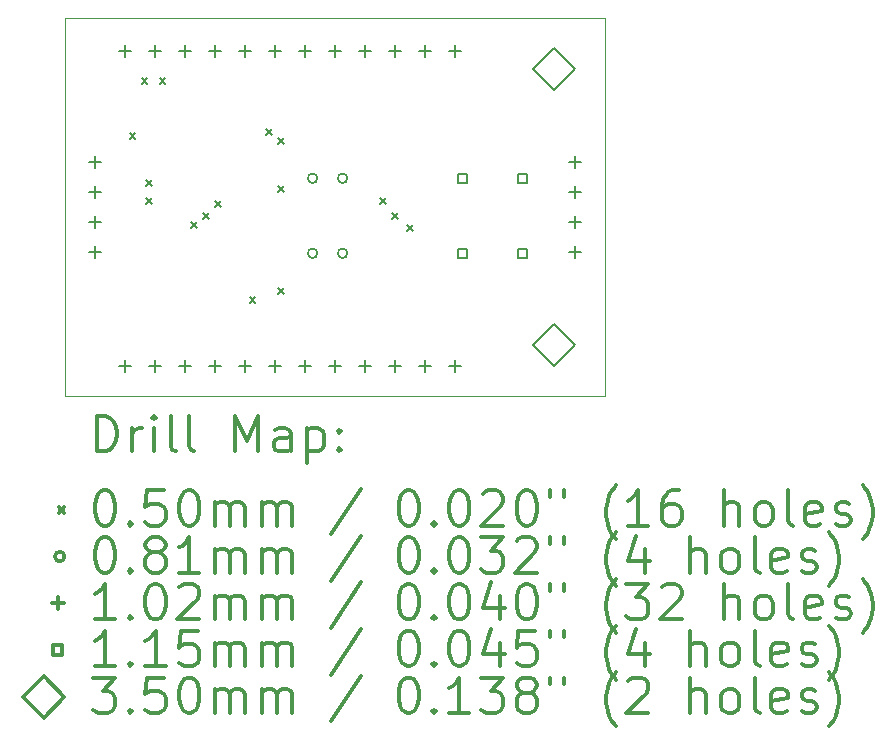
<source format=gbr>
%FSLAX45Y45*%
G04 Gerber Fmt 4.5, Leading zero omitted, Abs format (unit mm)*
G04 Created by KiCad (PCBNEW (2015-01-16 BZR 5376)-product) date 25/06/2015 00:13:47*
%MOMM*%
G01*
G04 APERTURE LIST*
%ADD10C,0.127000*%
%ADD11C,0.099060*%
%ADD12C,0.200000*%
%ADD13C,0.300000*%
G04 APERTURE END LIST*
D10*
D11*
X12954000Y-7493000D02*
X8382000Y-7493000D01*
X9093200Y-4292600D02*
X12954000Y-4292600D01*
X8382000Y-4292600D02*
X9093200Y-4292600D01*
X8382000Y-4292600D02*
X8382000Y-7493000D01*
X12954000Y-7493000D02*
X12954000Y-4292600D01*
D12*
X8928481Y-5270881D02*
X8978519Y-5320919D01*
X8978519Y-5270881D02*
X8928481Y-5320919D01*
X9030081Y-4800981D02*
X9080119Y-4851019D01*
X9080119Y-4800981D02*
X9030081Y-4851019D01*
X9068181Y-5664581D02*
X9118219Y-5714619D01*
X9118219Y-5664581D02*
X9068181Y-5714619D01*
X9068181Y-5816981D02*
X9118219Y-5867019D01*
X9118219Y-5816981D02*
X9068181Y-5867019D01*
X9182481Y-4800981D02*
X9232519Y-4851019D01*
X9232519Y-4800981D02*
X9182481Y-4851019D01*
X9449181Y-6020181D02*
X9499219Y-6070219D01*
X9499219Y-6020181D02*
X9449181Y-6070219D01*
X9550781Y-5943981D02*
X9600819Y-5994019D01*
X9600819Y-5943981D02*
X9550781Y-5994019D01*
X9652381Y-5842381D02*
X9702419Y-5892419D01*
X9702419Y-5842381D02*
X9652381Y-5892419D01*
X9944481Y-6655181D02*
X9994519Y-6705219D01*
X9994519Y-6655181D02*
X9944481Y-6705219D01*
X10084181Y-5232781D02*
X10134219Y-5282819D01*
X10134219Y-5232781D02*
X10084181Y-5282819D01*
X10185781Y-5308981D02*
X10235819Y-5359019D01*
X10235819Y-5308981D02*
X10185781Y-5359019D01*
X10185781Y-5715381D02*
X10235819Y-5765419D01*
X10235819Y-5715381D02*
X10185781Y-5765419D01*
X10185781Y-6578981D02*
X10235819Y-6629019D01*
X10235819Y-6578981D02*
X10185781Y-6629019D01*
X11049381Y-5816981D02*
X11099419Y-5867019D01*
X11099419Y-5816981D02*
X11049381Y-5867019D01*
X11150981Y-5943981D02*
X11201019Y-5994019D01*
X11201019Y-5943981D02*
X11150981Y-5994019D01*
X11277981Y-6045581D02*
X11328019Y-6095619D01*
X11328019Y-6045581D02*
X11277981Y-6095619D01*
X10518140Y-5651500D02*
G75*
G03X10518140Y-5651500I-40640J0D01*
G01*
X10518140Y-6286500D02*
G75*
G03X10518140Y-6286500I-40640J0D01*
G01*
X10772140Y-5651500D02*
G75*
G03X10772140Y-5651500I-40640J0D01*
G01*
X10772140Y-6286500D02*
G75*
G03X10772140Y-6286500I-40640J0D01*
G01*
X8636000Y-5461000D02*
X8636000Y-5562600D01*
X8585200Y-5511800D02*
X8686800Y-5511800D01*
X8636000Y-5715000D02*
X8636000Y-5816600D01*
X8585200Y-5765800D02*
X8686800Y-5765800D01*
X8636000Y-5969000D02*
X8636000Y-6070600D01*
X8585200Y-6019800D02*
X8686800Y-6019800D01*
X8636000Y-6223000D02*
X8636000Y-6324600D01*
X8585200Y-6273800D02*
X8686800Y-6273800D01*
X8890000Y-4521200D02*
X8890000Y-4622800D01*
X8839200Y-4572000D02*
X8940800Y-4572000D01*
X8890000Y-7188200D02*
X8890000Y-7289800D01*
X8839200Y-7239000D02*
X8940800Y-7239000D01*
X9144000Y-4521200D02*
X9144000Y-4622800D01*
X9093200Y-4572000D02*
X9194800Y-4572000D01*
X9144000Y-7188200D02*
X9144000Y-7289800D01*
X9093200Y-7239000D02*
X9194800Y-7239000D01*
X9398000Y-4521200D02*
X9398000Y-4622800D01*
X9347200Y-4572000D02*
X9448800Y-4572000D01*
X9398000Y-7188200D02*
X9398000Y-7289800D01*
X9347200Y-7239000D02*
X9448800Y-7239000D01*
X9652000Y-4521200D02*
X9652000Y-4622800D01*
X9601200Y-4572000D02*
X9702800Y-4572000D01*
X9652000Y-7188200D02*
X9652000Y-7289800D01*
X9601200Y-7239000D02*
X9702800Y-7239000D01*
X9906000Y-4521200D02*
X9906000Y-4622800D01*
X9855200Y-4572000D02*
X9956800Y-4572000D01*
X9906000Y-7188200D02*
X9906000Y-7289800D01*
X9855200Y-7239000D02*
X9956800Y-7239000D01*
X10160000Y-4521200D02*
X10160000Y-4622800D01*
X10109200Y-4572000D02*
X10210800Y-4572000D01*
X10160000Y-7188200D02*
X10160000Y-7289800D01*
X10109200Y-7239000D02*
X10210800Y-7239000D01*
X10414000Y-4521200D02*
X10414000Y-4622800D01*
X10363200Y-4572000D02*
X10464800Y-4572000D01*
X10414000Y-7188200D02*
X10414000Y-7289800D01*
X10363200Y-7239000D02*
X10464800Y-7239000D01*
X10668000Y-4521200D02*
X10668000Y-4622800D01*
X10617200Y-4572000D02*
X10718800Y-4572000D01*
X10668000Y-7188200D02*
X10668000Y-7289800D01*
X10617200Y-7239000D02*
X10718800Y-7239000D01*
X10922000Y-4521200D02*
X10922000Y-4622800D01*
X10871200Y-4572000D02*
X10972800Y-4572000D01*
X10922000Y-7188200D02*
X10922000Y-7289800D01*
X10871200Y-7239000D02*
X10972800Y-7239000D01*
X11176000Y-4521200D02*
X11176000Y-4622800D01*
X11125200Y-4572000D02*
X11226800Y-4572000D01*
X11176000Y-7188200D02*
X11176000Y-7289800D01*
X11125200Y-7239000D02*
X11226800Y-7239000D01*
X11430000Y-4521200D02*
X11430000Y-4622800D01*
X11379200Y-4572000D02*
X11480800Y-4572000D01*
X11430000Y-7188200D02*
X11430000Y-7289800D01*
X11379200Y-7239000D02*
X11480800Y-7239000D01*
X11684000Y-4521200D02*
X11684000Y-4622800D01*
X11633200Y-4572000D02*
X11734800Y-4572000D01*
X11684000Y-7188200D02*
X11684000Y-7289800D01*
X11633200Y-7239000D02*
X11734800Y-7239000D01*
X12700000Y-5461000D02*
X12700000Y-5562600D01*
X12649200Y-5511800D02*
X12750800Y-5511800D01*
X12700000Y-5715000D02*
X12700000Y-5816600D01*
X12649200Y-5765800D02*
X12750800Y-5765800D01*
X12700000Y-5969000D02*
X12700000Y-6070600D01*
X12649200Y-6019800D02*
X12750800Y-6019800D01*
X12700000Y-6223000D02*
X12700000Y-6324600D01*
X12649200Y-6273800D02*
X12750800Y-6273800D01*
X11788181Y-5692181D02*
X11788181Y-5610819D01*
X11706819Y-5610819D01*
X11706819Y-5692181D01*
X11788181Y-5692181D01*
X11788181Y-6327181D02*
X11788181Y-6245819D01*
X11706819Y-6245819D01*
X11706819Y-6327181D01*
X11788181Y-6327181D01*
X12296181Y-5692181D02*
X12296181Y-5610819D01*
X12214819Y-5610819D01*
X12214819Y-5692181D01*
X12296181Y-5692181D01*
X12296181Y-6327181D02*
X12296181Y-6245819D01*
X12214819Y-6245819D01*
X12214819Y-6327181D01*
X12296181Y-6327181D01*
X12522200Y-4899400D02*
X12697200Y-4724400D01*
X12522200Y-4549400D01*
X12347200Y-4724400D01*
X12522200Y-4899400D01*
X12522200Y-7236200D02*
X12697200Y-7061200D01*
X12522200Y-6886200D01*
X12347200Y-7061200D01*
X12522200Y-7236200D01*
D13*
X8648476Y-7963667D02*
X8648476Y-7663667D01*
X8719904Y-7663667D01*
X8762761Y-7677953D01*
X8791333Y-7706524D01*
X8805618Y-7735096D01*
X8819904Y-7792239D01*
X8819904Y-7835096D01*
X8805618Y-7892239D01*
X8791333Y-7920810D01*
X8762761Y-7949382D01*
X8719904Y-7963667D01*
X8648476Y-7963667D01*
X8948476Y-7963667D02*
X8948476Y-7763667D01*
X8948476Y-7820810D02*
X8962761Y-7792239D01*
X8977047Y-7777953D01*
X9005618Y-7763667D01*
X9034190Y-7763667D01*
X9134190Y-7963667D02*
X9134190Y-7763667D01*
X9134190Y-7663667D02*
X9119904Y-7677953D01*
X9134190Y-7692239D01*
X9148476Y-7677953D01*
X9134190Y-7663667D01*
X9134190Y-7692239D01*
X9319904Y-7963667D02*
X9291333Y-7949382D01*
X9277047Y-7920810D01*
X9277047Y-7663667D01*
X9477047Y-7963667D02*
X9448476Y-7949382D01*
X9434190Y-7920810D01*
X9434190Y-7663667D01*
X9819904Y-7963667D02*
X9819904Y-7663667D01*
X9919904Y-7877953D01*
X10019904Y-7663667D01*
X10019904Y-7963667D01*
X10291333Y-7963667D02*
X10291333Y-7806524D01*
X10277047Y-7777953D01*
X10248476Y-7763667D01*
X10191333Y-7763667D01*
X10162761Y-7777953D01*
X10291333Y-7949382D02*
X10262761Y-7963667D01*
X10191333Y-7963667D01*
X10162761Y-7949382D01*
X10148476Y-7920810D01*
X10148476Y-7892239D01*
X10162761Y-7863667D01*
X10191333Y-7849382D01*
X10262761Y-7849382D01*
X10291333Y-7835096D01*
X10434190Y-7763667D02*
X10434190Y-8063667D01*
X10434190Y-7777953D02*
X10462761Y-7763667D01*
X10519904Y-7763667D01*
X10548476Y-7777953D01*
X10562761Y-7792239D01*
X10577047Y-7820810D01*
X10577047Y-7906524D01*
X10562761Y-7935096D01*
X10548476Y-7949382D01*
X10519904Y-7963667D01*
X10462761Y-7963667D01*
X10434190Y-7949382D01*
X10705618Y-7935096D02*
X10719904Y-7949382D01*
X10705618Y-7963667D01*
X10691333Y-7949382D01*
X10705618Y-7935096D01*
X10705618Y-7963667D01*
X10705618Y-7777953D02*
X10719904Y-7792239D01*
X10705618Y-7806524D01*
X10691333Y-7792239D01*
X10705618Y-7777953D01*
X10705618Y-7806524D01*
X8327009Y-8432934D02*
X8377047Y-8482972D01*
X8377047Y-8432934D02*
X8327009Y-8482972D01*
X8705618Y-8293667D02*
X8734190Y-8293667D01*
X8762761Y-8307953D01*
X8777047Y-8322239D01*
X8791333Y-8350810D01*
X8805618Y-8407953D01*
X8805618Y-8479382D01*
X8791333Y-8536525D01*
X8777047Y-8565096D01*
X8762761Y-8579382D01*
X8734190Y-8593667D01*
X8705618Y-8593667D01*
X8677047Y-8579382D01*
X8662761Y-8565096D01*
X8648476Y-8536525D01*
X8634190Y-8479382D01*
X8634190Y-8407953D01*
X8648476Y-8350810D01*
X8662761Y-8322239D01*
X8677047Y-8307953D01*
X8705618Y-8293667D01*
X8934190Y-8565096D02*
X8948476Y-8579382D01*
X8934190Y-8593667D01*
X8919904Y-8579382D01*
X8934190Y-8565096D01*
X8934190Y-8593667D01*
X9219904Y-8293667D02*
X9077047Y-8293667D01*
X9062761Y-8436525D01*
X9077047Y-8422239D01*
X9105618Y-8407953D01*
X9177047Y-8407953D01*
X9205618Y-8422239D01*
X9219904Y-8436525D01*
X9234190Y-8465096D01*
X9234190Y-8536525D01*
X9219904Y-8565096D01*
X9205618Y-8579382D01*
X9177047Y-8593667D01*
X9105618Y-8593667D01*
X9077047Y-8579382D01*
X9062761Y-8565096D01*
X9419904Y-8293667D02*
X9448476Y-8293667D01*
X9477047Y-8307953D01*
X9491333Y-8322239D01*
X9505618Y-8350810D01*
X9519904Y-8407953D01*
X9519904Y-8479382D01*
X9505618Y-8536525D01*
X9491333Y-8565096D01*
X9477047Y-8579382D01*
X9448476Y-8593667D01*
X9419904Y-8593667D01*
X9391333Y-8579382D01*
X9377047Y-8565096D01*
X9362761Y-8536525D01*
X9348476Y-8479382D01*
X9348476Y-8407953D01*
X9362761Y-8350810D01*
X9377047Y-8322239D01*
X9391333Y-8307953D01*
X9419904Y-8293667D01*
X9648476Y-8593667D02*
X9648476Y-8393667D01*
X9648476Y-8422239D02*
X9662761Y-8407953D01*
X9691333Y-8393667D01*
X9734190Y-8393667D01*
X9762761Y-8407953D01*
X9777047Y-8436525D01*
X9777047Y-8593667D01*
X9777047Y-8436525D02*
X9791333Y-8407953D01*
X9819904Y-8393667D01*
X9862761Y-8393667D01*
X9891333Y-8407953D01*
X9905618Y-8436525D01*
X9905618Y-8593667D01*
X10048476Y-8593667D02*
X10048476Y-8393667D01*
X10048476Y-8422239D02*
X10062761Y-8407953D01*
X10091333Y-8393667D01*
X10134190Y-8393667D01*
X10162761Y-8407953D01*
X10177047Y-8436525D01*
X10177047Y-8593667D01*
X10177047Y-8436525D02*
X10191333Y-8407953D01*
X10219904Y-8393667D01*
X10262761Y-8393667D01*
X10291333Y-8407953D01*
X10305618Y-8436525D01*
X10305618Y-8593667D01*
X10891333Y-8279382D02*
X10634190Y-8665096D01*
X11277047Y-8293667D02*
X11305618Y-8293667D01*
X11334190Y-8307953D01*
X11348475Y-8322239D01*
X11362761Y-8350810D01*
X11377047Y-8407953D01*
X11377047Y-8479382D01*
X11362761Y-8536525D01*
X11348475Y-8565096D01*
X11334190Y-8579382D01*
X11305618Y-8593667D01*
X11277047Y-8593667D01*
X11248475Y-8579382D01*
X11234190Y-8565096D01*
X11219904Y-8536525D01*
X11205618Y-8479382D01*
X11205618Y-8407953D01*
X11219904Y-8350810D01*
X11234190Y-8322239D01*
X11248475Y-8307953D01*
X11277047Y-8293667D01*
X11505618Y-8565096D02*
X11519904Y-8579382D01*
X11505618Y-8593667D01*
X11491333Y-8579382D01*
X11505618Y-8565096D01*
X11505618Y-8593667D01*
X11705618Y-8293667D02*
X11734190Y-8293667D01*
X11762761Y-8307953D01*
X11777047Y-8322239D01*
X11791332Y-8350810D01*
X11805618Y-8407953D01*
X11805618Y-8479382D01*
X11791332Y-8536525D01*
X11777047Y-8565096D01*
X11762761Y-8579382D01*
X11734190Y-8593667D01*
X11705618Y-8593667D01*
X11677047Y-8579382D01*
X11662761Y-8565096D01*
X11648475Y-8536525D01*
X11634190Y-8479382D01*
X11634190Y-8407953D01*
X11648475Y-8350810D01*
X11662761Y-8322239D01*
X11677047Y-8307953D01*
X11705618Y-8293667D01*
X11919904Y-8322239D02*
X11934190Y-8307953D01*
X11962761Y-8293667D01*
X12034190Y-8293667D01*
X12062761Y-8307953D01*
X12077047Y-8322239D01*
X12091332Y-8350810D01*
X12091332Y-8379382D01*
X12077047Y-8422239D01*
X11905618Y-8593667D01*
X12091332Y-8593667D01*
X12277047Y-8293667D02*
X12305618Y-8293667D01*
X12334190Y-8307953D01*
X12348475Y-8322239D01*
X12362761Y-8350810D01*
X12377047Y-8407953D01*
X12377047Y-8479382D01*
X12362761Y-8536525D01*
X12348475Y-8565096D01*
X12334190Y-8579382D01*
X12305618Y-8593667D01*
X12277047Y-8593667D01*
X12248475Y-8579382D01*
X12234190Y-8565096D01*
X12219904Y-8536525D01*
X12205618Y-8479382D01*
X12205618Y-8407953D01*
X12219904Y-8350810D01*
X12234190Y-8322239D01*
X12248475Y-8307953D01*
X12277047Y-8293667D01*
X12491333Y-8293667D02*
X12491333Y-8350810D01*
X12605618Y-8293667D02*
X12605618Y-8350810D01*
X13048475Y-8707953D02*
X13034190Y-8693667D01*
X13005618Y-8650810D01*
X12991332Y-8622239D01*
X12977047Y-8579382D01*
X12962761Y-8507953D01*
X12962761Y-8450810D01*
X12977047Y-8379382D01*
X12991332Y-8336524D01*
X13005618Y-8307953D01*
X13034190Y-8265096D01*
X13048475Y-8250810D01*
X13319904Y-8593667D02*
X13148475Y-8593667D01*
X13234190Y-8593667D02*
X13234190Y-8293667D01*
X13205618Y-8336524D01*
X13177047Y-8365096D01*
X13148475Y-8379382D01*
X13577047Y-8293667D02*
X13519904Y-8293667D01*
X13491332Y-8307953D01*
X13477047Y-8322239D01*
X13448475Y-8365096D01*
X13434190Y-8422239D01*
X13434190Y-8536525D01*
X13448475Y-8565096D01*
X13462761Y-8579382D01*
X13491332Y-8593667D01*
X13548475Y-8593667D01*
X13577047Y-8579382D01*
X13591332Y-8565096D01*
X13605618Y-8536525D01*
X13605618Y-8465096D01*
X13591332Y-8436525D01*
X13577047Y-8422239D01*
X13548475Y-8407953D01*
X13491332Y-8407953D01*
X13462761Y-8422239D01*
X13448475Y-8436525D01*
X13434190Y-8465096D01*
X13962761Y-8593667D02*
X13962761Y-8293667D01*
X14091332Y-8593667D02*
X14091332Y-8436525D01*
X14077047Y-8407953D01*
X14048475Y-8393667D01*
X14005618Y-8393667D01*
X13977047Y-8407953D01*
X13962761Y-8422239D01*
X14277047Y-8593667D02*
X14248475Y-8579382D01*
X14234190Y-8565096D01*
X14219904Y-8536525D01*
X14219904Y-8450810D01*
X14234190Y-8422239D01*
X14248475Y-8407953D01*
X14277047Y-8393667D01*
X14319904Y-8393667D01*
X14348475Y-8407953D01*
X14362761Y-8422239D01*
X14377047Y-8450810D01*
X14377047Y-8536525D01*
X14362761Y-8565096D01*
X14348475Y-8579382D01*
X14319904Y-8593667D01*
X14277047Y-8593667D01*
X14548475Y-8593667D02*
X14519904Y-8579382D01*
X14505618Y-8550810D01*
X14505618Y-8293667D01*
X14777047Y-8579382D02*
X14748475Y-8593667D01*
X14691333Y-8593667D01*
X14662761Y-8579382D01*
X14648475Y-8550810D01*
X14648475Y-8436525D01*
X14662761Y-8407953D01*
X14691333Y-8393667D01*
X14748475Y-8393667D01*
X14777047Y-8407953D01*
X14791333Y-8436525D01*
X14791333Y-8465096D01*
X14648475Y-8493667D01*
X14905618Y-8579382D02*
X14934190Y-8593667D01*
X14991333Y-8593667D01*
X15019904Y-8579382D01*
X15034190Y-8550810D01*
X15034190Y-8536525D01*
X15019904Y-8507953D01*
X14991333Y-8493667D01*
X14948475Y-8493667D01*
X14919904Y-8479382D01*
X14905618Y-8450810D01*
X14905618Y-8436525D01*
X14919904Y-8407953D01*
X14948475Y-8393667D01*
X14991333Y-8393667D01*
X15019904Y-8407953D01*
X15134190Y-8707953D02*
X15148475Y-8693667D01*
X15177047Y-8650810D01*
X15191333Y-8622239D01*
X15205618Y-8579382D01*
X15219904Y-8507953D01*
X15219904Y-8450810D01*
X15205618Y-8379382D01*
X15191333Y-8336524D01*
X15177047Y-8307953D01*
X15148475Y-8265096D01*
X15134190Y-8250810D01*
X8377047Y-8853953D02*
G75*
G03X8377047Y-8853953I-40640J0D01*
G01*
X8705618Y-8689667D02*
X8734190Y-8689667D01*
X8762761Y-8703953D01*
X8777047Y-8718239D01*
X8791333Y-8746810D01*
X8805618Y-8803953D01*
X8805618Y-8875382D01*
X8791333Y-8932525D01*
X8777047Y-8961096D01*
X8762761Y-8975382D01*
X8734190Y-8989667D01*
X8705618Y-8989667D01*
X8677047Y-8975382D01*
X8662761Y-8961096D01*
X8648476Y-8932525D01*
X8634190Y-8875382D01*
X8634190Y-8803953D01*
X8648476Y-8746810D01*
X8662761Y-8718239D01*
X8677047Y-8703953D01*
X8705618Y-8689667D01*
X8934190Y-8961096D02*
X8948476Y-8975382D01*
X8934190Y-8989667D01*
X8919904Y-8975382D01*
X8934190Y-8961096D01*
X8934190Y-8989667D01*
X9119904Y-8818239D02*
X9091333Y-8803953D01*
X9077047Y-8789667D01*
X9062761Y-8761096D01*
X9062761Y-8746810D01*
X9077047Y-8718239D01*
X9091333Y-8703953D01*
X9119904Y-8689667D01*
X9177047Y-8689667D01*
X9205618Y-8703953D01*
X9219904Y-8718239D01*
X9234190Y-8746810D01*
X9234190Y-8761096D01*
X9219904Y-8789667D01*
X9205618Y-8803953D01*
X9177047Y-8818239D01*
X9119904Y-8818239D01*
X9091333Y-8832525D01*
X9077047Y-8846810D01*
X9062761Y-8875382D01*
X9062761Y-8932525D01*
X9077047Y-8961096D01*
X9091333Y-8975382D01*
X9119904Y-8989667D01*
X9177047Y-8989667D01*
X9205618Y-8975382D01*
X9219904Y-8961096D01*
X9234190Y-8932525D01*
X9234190Y-8875382D01*
X9219904Y-8846810D01*
X9205618Y-8832525D01*
X9177047Y-8818239D01*
X9519904Y-8989667D02*
X9348476Y-8989667D01*
X9434190Y-8989667D02*
X9434190Y-8689667D01*
X9405618Y-8732525D01*
X9377047Y-8761096D01*
X9348476Y-8775382D01*
X9648476Y-8989667D02*
X9648476Y-8789667D01*
X9648476Y-8818239D02*
X9662761Y-8803953D01*
X9691333Y-8789667D01*
X9734190Y-8789667D01*
X9762761Y-8803953D01*
X9777047Y-8832525D01*
X9777047Y-8989667D01*
X9777047Y-8832525D02*
X9791333Y-8803953D01*
X9819904Y-8789667D01*
X9862761Y-8789667D01*
X9891333Y-8803953D01*
X9905618Y-8832525D01*
X9905618Y-8989667D01*
X10048476Y-8989667D02*
X10048476Y-8789667D01*
X10048476Y-8818239D02*
X10062761Y-8803953D01*
X10091333Y-8789667D01*
X10134190Y-8789667D01*
X10162761Y-8803953D01*
X10177047Y-8832525D01*
X10177047Y-8989667D01*
X10177047Y-8832525D02*
X10191333Y-8803953D01*
X10219904Y-8789667D01*
X10262761Y-8789667D01*
X10291333Y-8803953D01*
X10305618Y-8832525D01*
X10305618Y-8989667D01*
X10891333Y-8675382D02*
X10634190Y-9061096D01*
X11277047Y-8689667D02*
X11305618Y-8689667D01*
X11334190Y-8703953D01*
X11348475Y-8718239D01*
X11362761Y-8746810D01*
X11377047Y-8803953D01*
X11377047Y-8875382D01*
X11362761Y-8932525D01*
X11348475Y-8961096D01*
X11334190Y-8975382D01*
X11305618Y-8989667D01*
X11277047Y-8989667D01*
X11248475Y-8975382D01*
X11234190Y-8961096D01*
X11219904Y-8932525D01*
X11205618Y-8875382D01*
X11205618Y-8803953D01*
X11219904Y-8746810D01*
X11234190Y-8718239D01*
X11248475Y-8703953D01*
X11277047Y-8689667D01*
X11505618Y-8961096D02*
X11519904Y-8975382D01*
X11505618Y-8989667D01*
X11491333Y-8975382D01*
X11505618Y-8961096D01*
X11505618Y-8989667D01*
X11705618Y-8689667D02*
X11734190Y-8689667D01*
X11762761Y-8703953D01*
X11777047Y-8718239D01*
X11791332Y-8746810D01*
X11805618Y-8803953D01*
X11805618Y-8875382D01*
X11791332Y-8932525D01*
X11777047Y-8961096D01*
X11762761Y-8975382D01*
X11734190Y-8989667D01*
X11705618Y-8989667D01*
X11677047Y-8975382D01*
X11662761Y-8961096D01*
X11648475Y-8932525D01*
X11634190Y-8875382D01*
X11634190Y-8803953D01*
X11648475Y-8746810D01*
X11662761Y-8718239D01*
X11677047Y-8703953D01*
X11705618Y-8689667D01*
X11905618Y-8689667D02*
X12091332Y-8689667D01*
X11991332Y-8803953D01*
X12034190Y-8803953D01*
X12062761Y-8818239D01*
X12077047Y-8832525D01*
X12091332Y-8861096D01*
X12091332Y-8932525D01*
X12077047Y-8961096D01*
X12062761Y-8975382D01*
X12034190Y-8989667D01*
X11948475Y-8989667D01*
X11919904Y-8975382D01*
X11905618Y-8961096D01*
X12205618Y-8718239D02*
X12219904Y-8703953D01*
X12248475Y-8689667D01*
X12319904Y-8689667D01*
X12348475Y-8703953D01*
X12362761Y-8718239D01*
X12377047Y-8746810D01*
X12377047Y-8775382D01*
X12362761Y-8818239D01*
X12191332Y-8989667D01*
X12377047Y-8989667D01*
X12491333Y-8689667D02*
X12491333Y-8746810D01*
X12605618Y-8689667D02*
X12605618Y-8746810D01*
X13048475Y-9103953D02*
X13034190Y-9089667D01*
X13005618Y-9046810D01*
X12991332Y-9018239D01*
X12977047Y-8975382D01*
X12962761Y-8903953D01*
X12962761Y-8846810D01*
X12977047Y-8775382D01*
X12991332Y-8732525D01*
X13005618Y-8703953D01*
X13034190Y-8661096D01*
X13048475Y-8646810D01*
X13291332Y-8789667D02*
X13291332Y-8989667D01*
X13219904Y-8675382D02*
X13148475Y-8889667D01*
X13334190Y-8889667D01*
X13677047Y-8989667D02*
X13677047Y-8689667D01*
X13805618Y-8989667D02*
X13805618Y-8832525D01*
X13791332Y-8803953D01*
X13762761Y-8789667D01*
X13719904Y-8789667D01*
X13691332Y-8803953D01*
X13677047Y-8818239D01*
X13991332Y-8989667D02*
X13962761Y-8975382D01*
X13948475Y-8961096D01*
X13934190Y-8932525D01*
X13934190Y-8846810D01*
X13948475Y-8818239D01*
X13962761Y-8803953D01*
X13991332Y-8789667D01*
X14034190Y-8789667D01*
X14062761Y-8803953D01*
X14077047Y-8818239D01*
X14091332Y-8846810D01*
X14091332Y-8932525D01*
X14077047Y-8961096D01*
X14062761Y-8975382D01*
X14034190Y-8989667D01*
X13991332Y-8989667D01*
X14262761Y-8989667D02*
X14234190Y-8975382D01*
X14219904Y-8946810D01*
X14219904Y-8689667D01*
X14491333Y-8975382D02*
X14462761Y-8989667D01*
X14405618Y-8989667D01*
X14377047Y-8975382D01*
X14362761Y-8946810D01*
X14362761Y-8832525D01*
X14377047Y-8803953D01*
X14405618Y-8789667D01*
X14462761Y-8789667D01*
X14491333Y-8803953D01*
X14505618Y-8832525D01*
X14505618Y-8861096D01*
X14362761Y-8889667D01*
X14619904Y-8975382D02*
X14648475Y-8989667D01*
X14705618Y-8989667D01*
X14734190Y-8975382D01*
X14748475Y-8946810D01*
X14748475Y-8932525D01*
X14734190Y-8903953D01*
X14705618Y-8889667D01*
X14662761Y-8889667D01*
X14634190Y-8875382D01*
X14619904Y-8846810D01*
X14619904Y-8832525D01*
X14634190Y-8803953D01*
X14662761Y-8789667D01*
X14705618Y-8789667D01*
X14734190Y-8803953D01*
X14848475Y-9103953D02*
X14862761Y-9089667D01*
X14891333Y-9046810D01*
X14905618Y-9018239D01*
X14919904Y-8975382D01*
X14934190Y-8903953D01*
X14934190Y-8846810D01*
X14919904Y-8775382D01*
X14905618Y-8732525D01*
X14891333Y-8703953D01*
X14862761Y-8661096D01*
X14848475Y-8646810D01*
X8326247Y-9199153D02*
X8326247Y-9300753D01*
X8275447Y-9249953D02*
X8377047Y-9249953D01*
X8805618Y-9385667D02*
X8634190Y-9385667D01*
X8719904Y-9385667D02*
X8719904Y-9085667D01*
X8691333Y-9128525D01*
X8662761Y-9157096D01*
X8634190Y-9171382D01*
X8934190Y-9357096D02*
X8948476Y-9371382D01*
X8934190Y-9385667D01*
X8919904Y-9371382D01*
X8934190Y-9357096D01*
X8934190Y-9385667D01*
X9134190Y-9085667D02*
X9162761Y-9085667D01*
X9191333Y-9099953D01*
X9205618Y-9114239D01*
X9219904Y-9142810D01*
X9234190Y-9199953D01*
X9234190Y-9271382D01*
X9219904Y-9328525D01*
X9205618Y-9357096D01*
X9191333Y-9371382D01*
X9162761Y-9385667D01*
X9134190Y-9385667D01*
X9105618Y-9371382D01*
X9091333Y-9357096D01*
X9077047Y-9328525D01*
X9062761Y-9271382D01*
X9062761Y-9199953D01*
X9077047Y-9142810D01*
X9091333Y-9114239D01*
X9105618Y-9099953D01*
X9134190Y-9085667D01*
X9348476Y-9114239D02*
X9362761Y-9099953D01*
X9391333Y-9085667D01*
X9462761Y-9085667D01*
X9491333Y-9099953D01*
X9505618Y-9114239D01*
X9519904Y-9142810D01*
X9519904Y-9171382D01*
X9505618Y-9214239D01*
X9334190Y-9385667D01*
X9519904Y-9385667D01*
X9648476Y-9385667D02*
X9648476Y-9185667D01*
X9648476Y-9214239D02*
X9662761Y-9199953D01*
X9691333Y-9185667D01*
X9734190Y-9185667D01*
X9762761Y-9199953D01*
X9777047Y-9228525D01*
X9777047Y-9385667D01*
X9777047Y-9228525D02*
X9791333Y-9199953D01*
X9819904Y-9185667D01*
X9862761Y-9185667D01*
X9891333Y-9199953D01*
X9905618Y-9228525D01*
X9905618Y-9385667D01*
X10048476Y-9385667D02*
X10048476Y-9185667D01*
X10048476Y-9214239D02*
X10062761Y-9199953D01*
X10091333Y-9185667D01*
X10134190Y-9185667D01*
X10162761Y-9199953D01*
X10177047Y-9228525D01*
X10177047Y-9385667D01*
X10177047Y-9228525D02*
X10191333Y-9199953D01*
X10219904Y-9185667D01*
X10262761Y-9185667D01*
X10291333Y-9199953D01*
X10305618Y-9228525D01*
X10305618Y-9385667D01*
X10891333Y-9071382D02*
X10634190Y-9457096D01*
X11277047Y-9085667D02*
X11305618Y-9085667D01*
X11334190Y-9099953D01*
X11348475Y-9114239D01*
X11362761Y-9142810D01*
X11377047Y-9199953D01*
X11377047Y-9271382D01*
X11362761Y-9328525D01*
X11348475Y-9357096D01*
X11334190Y-9371382D01*
X11305618Y-9385667D01*
X11277047Y-9385667D01*
X11248475Y-9371382D01*
X11234190Y-9357096D01*
X11219904Y-9328525D01*
X11205618Y-9271382D01*
X11205618Y-9199953D01*
X11219904Y-9142810D01*
X11234190Y-9114239D01*
X11248475Y-9099953D01*
X11277047Y-9085667D01*
X11505618Y-9357096D02*
X11519904Y-9371382D01*
X11505618Y-9385667D01*
X11491333Y-9371382D01*
X11505618Y-9357096D01*
X11505618Y-9385667D01*
X11705618Y-9085667D02*
X11734190Y-9085667D01*
X11762761Y-9099953D01*
X11777047Y-9114239D01*
X11791332Y-9142810D01*
X11805618Y-9199953D01*
X11805618Y-9271382D01*
X11791332Y-9328525D01*
X11777047Y-9357096D01*
X11762761Y-9371382D01*
X11734190Y-9385667D01*
X11705618Y-9385667D01*
X11677047Y-9371382D01*
X11662761Y-9357096D01*
X11648475Y-9328525D01*
X11634190Y-9271382D01*
X11634190Y-9199953D01*
X11648475Y-9142810D01*
X11662761Y-9114239D01*
X11677047Y-9099953D01*
X11705618Y-9085667D01*
X12062761Y-9185667D02*
X12062761Y-9385667D01*
X11991332Y-9071382D02*
X11919904Y-9285667D01*
X12105618Y-9285667D01*
X12277047Y-9085667D02*
X12305618Y-9085667D01*
X12334190Y-9099953D01*
X12348475Y-9114239D01*
X12362761Y-9142810D01*
X12377047Y-9199953D01*
X12377047Y-9271382D01*
X12362761Y-9328525D01*
X12348475Y-9357096D01*
X12334190Y-9371382D01*
X12305618Y-9385667D01*
X12277047Y-9385667D01*
X12248475Y-9371382D01*
X12234190Y-9357096D01*
X12219904Y-9328525D01*
X12205618Y-9271382D01*
X12205618Y-9199953D01*
X12219904Y-9142810D01*
X12234190Y-9114239D01*
X12248475Y-9099953D01*
X12277047Y-9085667D01*
X12491333Y-9085667D02*
X12491333Y-9142810D01*
X12605618Y-9085667D02*
X12605618Y-9142810D01*
X13048475Y-9499953D02*
X13034190Y-9485667D01*
X13005618Y-9442810D01*
X12991332Y-9414239D01*
X12977047Y-9371382D01*
X12962761Y-9299953D01*
X12962761Y-9242810D01*
X12977047Y-9171382D01*
X12991332Y-9128525D01*
X13005618Y-9099953D01*
X13034190Y-9057096D01*
X13048475Y-9042810D01*
X13134190Y-9085667D02*
X13319904Y-9085667D01*
X13219904Y-9199953D01*
X13262761Y-9199953D01*
X13291332Y-9214239D01*
X13305618Y-9228525D01*
X13319904Y-9257096D01*
X13319904Y-9328525D01*
X13305618Y-9357096D01*
X13291332Y-9371382D01*
X13262761Y-9385667D01*
X13177047Y-9385667D01*
X13148475Y-9371382D01*
X13134190Y-9357096D01*
X13434190Y-9114239D02*
X13448475Y-9099953D01*
X13477047Y-9085667D01*
X13548475Y-9085667D01*
X13577047Y-9099953D01*
X13591332Y-9114239D01*
X13605618Y-9142810D01*
X13605618Y-9171382D01*
X13591332Y-9214239D01*
X13419904Y-9385667D01*
X13605618Y-9385667D01*
X13962761Y-9385667D02*
X13962761Y-9085667D01*
X14091332Y-9385667D02*
X14091332Y-9228525D01*
X14077047Y-9199953D01*
X14048475Y-9185667D01*
X14005618Y-9185667D01*
X13977047Y-9199953D01*
X13962761Y-9214239D01*
X14277047Y-9385667D02*
X14248475Y-9371382D01*
X14234190Y-9357096D01*
X14219904Y-9328525D01*
X14219904Y-9242810D01*
X14234190Y-9214239D01*
X14248475Y-9199953D01*
X14277047Y-9185667D01*
X14319904Y-9185667D01*
X14348475Y-9199953D01*
X14362761Y-9214239D01*
X14377047Y-9242810D01*
X14377047Y-9328525D01*
X14362761Y-9357096D01*
X14348475Y-9371382D01*
X14319904Y-9385667D01*
X14277047Y-9385667D01*
X14548475Y-9385667D02*
X14519904Y-9371382D01*
X14505618Y-9342810D01*
X14505618Y-9085667D01*
X14777047Y-9371382D02*
X14748475Y-9385667D01*
X14691333Y-9385667D01*
X14662761Y-9371382D01*
X14648475Y-9342810D01*
X14648475Y-9228525D01*
X14662761Y-9199953D01*
X14691333Y-9185667D01*
X14748475Y-9185667D01*
X14777047Y-9199953D01*
X14791333Y-9228525D01*
X14791333Y-9257096D01*
X14648475Y-9285667D01*
X14905618Y-9371382D02*
X14934190Y-9385667D01*
X14991333Y-9385667D01*
X15019904Y-9371382D01*
X15034190Y-9342810D01*
X15034190Y-9328525D01*
X15019904Y-9299953D01*
X14991333Y-9285667D01*
X14948475Y-9285667D01*
X14919904Y-9271382D01*
X14905618Y-9242810D01*
X14905618Y-9228525D01*
X14919904Y-9199953D01*
X14948475Y-9185667D01*
X14991333Y-9185667D01*
X15019904Y-9199953D01*
X15134190Y-9499953D02*
X15148475Y-9485667D01*
X15177047Y-9442810D01*
X15191333Y-9414239D01*
X15205618Y-9371382D01*
X15219904Y-9299953D01*
X15219904Y-9242810D01*
X15205618Y-9171382D01*
X15191333Y-9128525D01*
X15177047Y-9099953D01*
X15148475Y-9057096D01*
X15134190Y-9042810D01*
X8360197Y-9686634D02*
X8360197Y-9605272D01*
X8278835Y-9605272D01*
X8278835Y-9686634D01*
X8360197Y-9686634D01*
X8805618Y-9781667D02*
X8634190Y-9781667D01*
X8719904Y-9781667D02*
X8719904Y-9481667D01*
X8691333Y-9524525D01*
X8662761Y-9553096D01*
X8634190Y-9567382D01*
X8934190Y-9753096D02*
X8948476Y-9767382D01*
X8934190Y-9781667D01*
X8919904Y-9767382D01*
X8934190Y-9753096D01*
X8934190Y-9781667D01*
X9234190Y-9781667D02*
X9062761Y-9781667D01*
X9148475Y-9781667D02*
X9148475Y-9481667D01*
X9119904Y-9524525D01*
X9091333Y-9553096D01*
X9062761Y-9567382D01*
X9505618Y-9481667D02*
X9362761Y-9481667D01*
X9348476Y-9624525D01*
X9362761Y-9610239D01*
X9391333Y-9595953D01*
X9462761Y-9595953D01*
X9491333Y-9610239D01*
X9505618Y-9624525D01*
X9519904Y-9653096D01*
X9519904Y-9724525D01*
X9505618Y-9753096D01*
X9491333Y-9767382D01*
X9462761Y-9781667D01*
X9391333Y-9781667D01*
X9362761Y-9767382D01*
X9348476Y-9753096D01*
X9648476Y-9781667D02*
X9648476Y-9581667D01*
X9648476Y-9610239D02*
X9662761Y-9595953D01*
X9691333Y-9581667D01*
X9734190Y-9581667D01*
X9762761Y-9595953D01*
X9777047Y-9624525D01*
X9777047Y-9781667D01*
X9777047Y-9624525D02*
X9791333Y-9595953D01*
X9819904Y-9581667D01*
X9862761Y-9581667D01*
X9891333Y-9595953D01*
X9905618Y-9624525D01*
X9905618Y-9781667D01*
X10048476Y-9781667D02*
X10048476Y-9581667D01*
X10048476Y-9610239D02*
X10062761Y-9595953D01*
X10091333Y-9581667D01*
X10134190Y-9581667D01*
X10162761Y-9595953D01*
X10177047Y-9624525D01*
X10177047Y-9781667D01*
X10177047Y-9624525D02*
X10191333Y-9595953D01*
X10219904Y-9581667D01*
X10262761Y-9581667D01*
X10291333Y-9595953D01*
X10305618Y-9624525D01*
X10305618Y-9781667D01*
X10891333Y-9467382D02*
X10634190Y-9853096D01*
X11277047Y-9481667D02*
X11305618Y-9481667D01*
X11334190Y-9495953D01*
X11348475Y-9510239D01*
X11362761Y-9538810D01*
X11377047Y-9595953D01*
X11377047Y-9667382D01*
X11362761Y-9724525D01*
X11348475Y-9753096D01*
X11334190Y-9767382D01*
X11305618Y-9781667D01*
X11277047Y-9781667D01*
X11248475Y-9767382D01*
X11234190Y-9753096D01*
X11219904Y-9724525D01*
X11205618Y-9667382D01*
X11205618Y-9595953D01*
X11219904Y-9538810D01*
X11234190Y-9510239D01*
X11248475Y-9495953D01*
X11277047Y-9481667D01*
X11505618Y-9753096D02*
X11519904Y-9767382D01*
X11505618Y-9781667D01*
X11491333Y-9767382D01*
X11505618Y-9753096D01*
X11505618Y-9781667D01*
X11705618Y-9481667D02*
X11734190Y-9481667D01*
X11762761Y-9495953D01*
X11777047Y-9510239D01*
X11791332Y-9538810D01*
X11805618Y-9595953D01*
X11805618Y-9667382D01*
X11791332Y-9724525D01*
X11777047Y-9753096D01*
X11762761Y-9767382D01*
X11734190Y-9781667D01*
X11705618Y-9781667D01*
X11677047Y-9767382D01*
X11662761Y-9753096D01*
X11648475Y-9724525D01*
X11634190Y-9667382D01*
X11634190Y-9595953D01*
X11648475Y-9538810D01*
X11662761Y-9510239D01*
X11677047Y-9495953D01*
X11705618Y-9481667D01*
X12062761Y-9581667D02*
X12062761Y-9781667D01*
X11991332Y-9467382D02*
X11919904Y-9681667D01*
X12105618Y-9681667D01*
X12362761Y-9481667D02*
X12219904Y-9481667D01*
X12205618Y-9624525D01*
X12219904Y-9610239D01*
X12248475Y-9595953D01*
X12319904Y-9595953D01*
X12348475Y-9610239D01*
X12362761Y-9624525D01*
X12377047Y-9653096D01*
X12377047Y-9724525D01*
X12362761Y-9753096D01*
X12348475Y-9767382D01*
X12319904Y-9781667D01*
X12248475Y-9781667D01*
X12219904Y-9767382D01*
X12205618Y-9753096D01*
X12491333Y-9481667D02*
X12491333Y-9538810D01*
X12605618Y-9481667D02*
X12605618Y-9538810D01*
X13048475Y-9895953D02*
X13034190Y-9881667D01*
X13005618Y-9838810D01*
X12991332Y-9810239D01*
X12977047Y-9767382D01*
X12962761Y-9695953D01*
X12962761Y-9638810D01*
X12977047Y-9567382D01*
X12991332Y-9524525D01*
X13005618Y-9495953D01*
X13034190Y-9453096D01*
X13048475Y-9438810D01*
X13291332Y-9581667D02*
X13291332Y-9781667D01*
X13219904Y-9467382D02*
X13148475Y-9681667D01*
X13334190Y-9681667D01*
X13677047Y-9781667D02*
X13677047Y-9481667D01*
X13805618Y-9781667D02*
X13805618Y-9624525D01*
X13791332Y-9595953D01*
X13762761Y-9581667D01*
X13719904Y-9581667D01*
X13691332Y-9595953D01*
X13677047Y-9610239D01*
X13991332Y-9781667D02*
X13962761Y-9767382D01*
X13948475Y-9753096D01*
X13934190Y-9724525D01*
X13934190Y-9638810D01*
X13948475Y-9610239D01*
X13962761Y-9595953D01*
X13991332Y-9581667D01*
X14034190Y-9581667D01*
X14062761Y-9595953D01*
X14077047Y-9610239D01*
X14091332Y-9638810D01*
X14091332Y-9724525D01*
X14077047Y-9753096D01*
X14062761Y-9767382D01*
X14034190Y-9781667D01*
X13991332Y-9781667D01*
X14262761Y-9781667D02*
X14234190Y-9767382D01*
X14219904Y-9738810D01*
X14219904Y-9481667D01*
X14491333Y-9767382D02*
X14462761Y-9781667D01*
X14405618Y-9781667D01*
X14377047Y-9767382D01*
X14362761Y-9738810D01*
X14362761Y-9624525D01*
X14377047Y-9595953D01*
X14405618Y-9581667D01*
X14462761Y-9581667D01*
X14491333Y-9595953D01*
X14505618Y-9624525D01*
X14505618Y-9653096D01*
X14362761Y-9681667D01*
X14619904Y-9767382D02*
X14648475Y-9781667D01*
X14705618Y-9781667D01*
X14734190Y-9767382D01*
X14748475Y-9738810D01*
X14748475Y-9724525D01*
X14734190Y-9695953D01*
X14705618Y-9681667D01*
X14662761Y-9681667D01*
X14634190Y-9667382D01*
X14619904Y-9638810D01*
X14619904Y-9624525D01*
X14634190Y-9595953D01*
X14662761Y-9581667D01*
X14705618Y-9581667D01*
X14734190Y-9595953D01*
X14848475Y-9895953D02*
X14862761Y-9881667D01*
X14891333Y-9838810D01*
X14905618Y-9810239D01*
X14919904Y-9767382D01*
X14934190Y-9695953D01*
X14934190Y-9638810D01*
X14919904Y-9567382D01*
X14905618Y-9524525D01*
X14891333Y-9495953D01*
X14862761Y-9453096D01*
X14848475Y-9438810D01*
X8202047Y-10216953D02*
X8377047Y-10041953D01*
X8202047Y-9866953D01*
X8027047Y-10041953D01*
X8202047Y-10216953D01*
X8619904Y-9877667D02*
X8805618Y-9877667D01*
X8705618Y-9991953D01*
X8748476Y-9991953D01*
X8777047Y-10006239D01*
X8791333Y-10020525D01*
X8805618Y-10049096D01*
X8805618Y-10120525D01*
X8791333Y-10149096D01*
X8777047Y-10163382D01*
X8748476Y-10177667D01*
X8662761Y-10177667D01*
X8634190Y-10163382D01*
X8619904Y-10149096D01*
X8934190Y-10149096D02*
X8948476Y-10163382D01*
X8934190Y-10177667D01*
X8919904Y-10163382D01*
X8934190Y-10149096D01*
X8934190Y-10177667D01*
X9219904Y-9877667D02*
X9077047Y-9877667D01*
X9062761Y-10020525D01*
X9077047Y-10006239D01*
X9105618Y-9991953D01*
X9177047Y-9991953D01*
X9205618Y-10006239D01*
X9219904Y-10020525D01*
X9234190Y-10049096D01*
X9234190Y-10120525D01*
X9219904Y-10149096D01*
X9205618Y-10163382D01*
X9177047Y-10177667D01*
X9105618Y-10177667D01*
X9077047Y-10163382D01*
X9062761Y-10149096D01*
X9419904Y-9877667D02*
X9448476Y-9877667D01*
X9477047Y-9891953D01*
X9491333Y-9906239D01*
X9505618Y-9934810D01*
X9519904Y-9991953D01*
X9519904Y-10063382D01*
X9505618Y-10120525D01*
X9491333Y-10149096D01*
X9477047Y-10163382D01*
X9448476Y-10177667D01*
X9419904Y-10177667D01*
X9391333Y-10163382D01*
X9377047Y-10149096D01*
X9362761Y-10120525D01*
X9348476Y-10063382D01*
X9348476Y-9991953D01*
X9362761Y-9934810D01*
X9377047Y-9906239D01*
X9391333Y-9891953D01*
X9419904Y-9877667D01*
X9648476Y-10177667D02*
X9648476Y-9977667D01*
X9648476Y-10006239D02*
X9662761Y-9991953D01*
X9691333Y-9977667D01*
X9734190Y-9977667D01*
X9762761Y-9991953D01*
X9777047Y-10020525D01*
X9777047Y-10177667D01*
X9777047Y-10020525D02*
X9791333Y-9991953D01*
X9819904Y-9977667D01*
X9862761Y-9977667D01*
X9891333Y-9991953D01*
X9905618Y-10020525D01*
X9905618Y-10177667D01*
X10048476Y-10177667D02*
X10048476Y-9977667D01*
X10048476Y-10006239D02*
X10062761Y-9991953D01*
X10091333Y-9977667D01*
X10134190Y-9977667D01*
X10162761Y-9991953D01*
X10177047Y-10020525D01*
X10177047Y-10177667D01*
X10177047Y-10020525D02*
X10191333Y-9991953D01*
X10219904Y-9977667D01*
X10262761Y-9977667D01*
X10291333Y-9991953D01*
X10305618Y-10020525D01*
X10305618Y-10177667D01*
X10891333Y-9863382D02*
X10634190Y-10249096D01*
X11277047Y-9877667D02*
X11305618Y-9877667D01*
X11334190Y-9891953D01*
X11348475Y-9906239D01*
X11362761Y-9934810D01*
X11377047Y-9991953D01*
X11377047Y-10063382D01*
X11362761Y-10120525D01*
X11348475Y-10149096D01*
X11334190Y-10163382D01*
X11305618Y-10177667D01*
X11277047Y-10177667D01*
X11248475Y-10163382D01*
X11234190Y-10149096D01*
X11219904Y-10120525D01*
X11205618Y-10063382D01*
X11205618Y-9991953D01*
X11219904Y-9934810D01*
X11234190Y-9906239D01*
X11248475Y-9891953D01*
X11277047Y-9877667D01*
X11505618Y-10149096D02*
X11519904Y-10163382D01*
X11505618Y-10177667D01*
X11491333Y-10163382D01*
X11505618Y-10149096D01*
X11505618Y-10177667D01*
X11805618Y-10177667D02*
X11634190Y-10177667D01*
X11719904Y-10177667D02*
X11719904Y-9877667D01*
X11691332Y-9920525D01*
X11662761Y-9949096D01*
X11634190Y-9963382D01*
X11905618Y-9877667D02*
X12091332Y-9877667D01*
X11991332Y-9991953D01*
X12034190Y-9991953D01*
X12062761Y-10006239D01*
X12077047Y-10020525D01*
X12091332Y-10049096D01*
X12091332Y-10120525D01*
X12077047Y-10149096D01*
X12062761Y-10163382D01*
X12034190Y-10177667D01*
X11948475Y-10177667D01*
X11919904Y-10163382D01*
X11905618Y-10149096D01*
X12262761Y-10006239D02*
X12234190Y-9991953D01*
X12219904Y-9977667D01*
X12205618Y-9949096D01*
X12205618Y-9934810D01*
X12219904Y-9906239D01*
X12234190Y-9891953D01*
X12262761Y-9877667D01*
X12319904Y-9877667D01*
X12348475Y-9891953D01*
X12362761Y-9906239D01*
X12377047Y-9934810D01*
X12377047Y-9949096D01*
X12362761Y-9977667D01*
X12348475Y-9991953D01*
X12319904Y-10006239D01*
X12262761Y-10006239D01*
X12234190Y-10020525D01*
X12219904Y-10034810D01*
X12205618Y-10063382D01*
X12205618Y-10120525D01*
X12219904Y-10149096D01*
X12234190Y-10163382D01*
X12262761Y-10177667D01*
X12319904Y-10177667D01*
X12348475Y-10163382D01*
X12362761Y-10149096D01*
X12377047Y-10120525D01*
X12377047Y-10063382D01*
X12362761Y-10034810D01*
X12348475Y-10020525D01*
X12319904Y-10006239D01*
X12491333Y-9877667D02*
X12491333Y-9934810D01*
X12605618Y-9877667D02*
X12605618Y-9934810D01*
X13048475Y-10291953D02*
X13034190Y-10277667D01*
X13005618Y-10234810D01*
X12991332Y-10206239D01*
X12977047Y-10163382D01*
X12962761Y-10091953D01*
X12962761Y-10034810D01*
X12977047Y-9963382D01*
X12991332Y-9920525D01*
X13005618Y-9891953D01*
X13034190Y-9849096D01*
X13048475Y-9834810D01*
X13148475Y-9906239D02*
X13162761Y-9891953D01*
X13191332Y-9877667D01*
X13262761Y-9877667D01*
X13291332Y-9891953D01*
X13305618Y-9906239D01*
X13319904Y-9934810D01*
X13319904Y-9963382D01*
X13305618Y-10006239D01*
X13134190Y-10177667D01*
X13319904Y-10177667D01*
X13677047Y-10177667D02*
X13677047Y-9877667D01*
X13805618Y-10177667D02*
X13805618Y-10020525D01*
X13791332Y-9991953D01*
X13762761Y-9977667D01*
X13719904Y-9977667D01*
X13691332Y-9991953D01*
X13677047Y-10006239D01*
X13991332Y-10177667D02*
X13962761Y-10163382D01*
X13948475Y-10149096D01*
X13934190Y-10120525D01*
X13934190Y-10034810D01*
X13948475Y-10006239D01*
X13962761Y-9991953D01*
X13991332Y-9977667D01*
X14034190Y-9977667D01*
X14062761Y-9991953D01*
X14077047Y-10006239D01*
X14091332Y-10034810D01*
X14091332Y-10120525D01*
X14077047Y-10149096D01*
X14062761Y-10163382D01*
X14034190Y-10177667D01*
X13991332Y-10177667D01*
X14262761Y-10177667D02*
X14234190Y-10163382D01*
X14219904Y-10134810D01*
X14219904Y-9877667D01*
X14491333Y-10163382D02*
X14462761Y-10177667D01*
X14405618Y-10177667D01*
X14377047Y-10163382D01*
X14362761Y-10134810D01*
X14362761Y-10020525D01*
X14377047Y-9991953D01*
X14405618Y-9977667D01*
X14462761Y-9977667D01*
X14491333Y-9991953D01*
X14505618Y-10020525D01*
X14505618Y-10049096D01*
X14362761Y-10077667D01*
X14619904Y-10163382D02*
X14648475Y-10177667D01*
X14705618Y-10177667D01*
X14734190Y-10163382D01*
X14748475Y-10134810D01*
X14748475Y-10120525D01*
X14734190Y-10091953D01*
X14705618Y-10077667D01*
X14662761Y-10077667D01*
X14634190Y-10063382D01*
X14619904Y-10034810D01*
X14619904Y-10020525D01*
X14634190Y-9991953D01*
X14662761Y-9977667D01*
X14705618Y-9977667D01*
X14734190Y-9991953D01*
X14848475Y-10291953D02*
X14862761Y-10277667D01*
X14891333Y-10234810D01*
X14905618Y-10206239D01*
X14919904Y-10163382D01*
X14934190Y-10091953D01*
X14934190Y-10034810D01*
X14919904Y-9963382D01*
X14905618Y-9920525D01*
X14891333Y-9891953D01*
X14862761Y-9849096D01*
X14848475Y-9834810D01*
M02*

</source>
